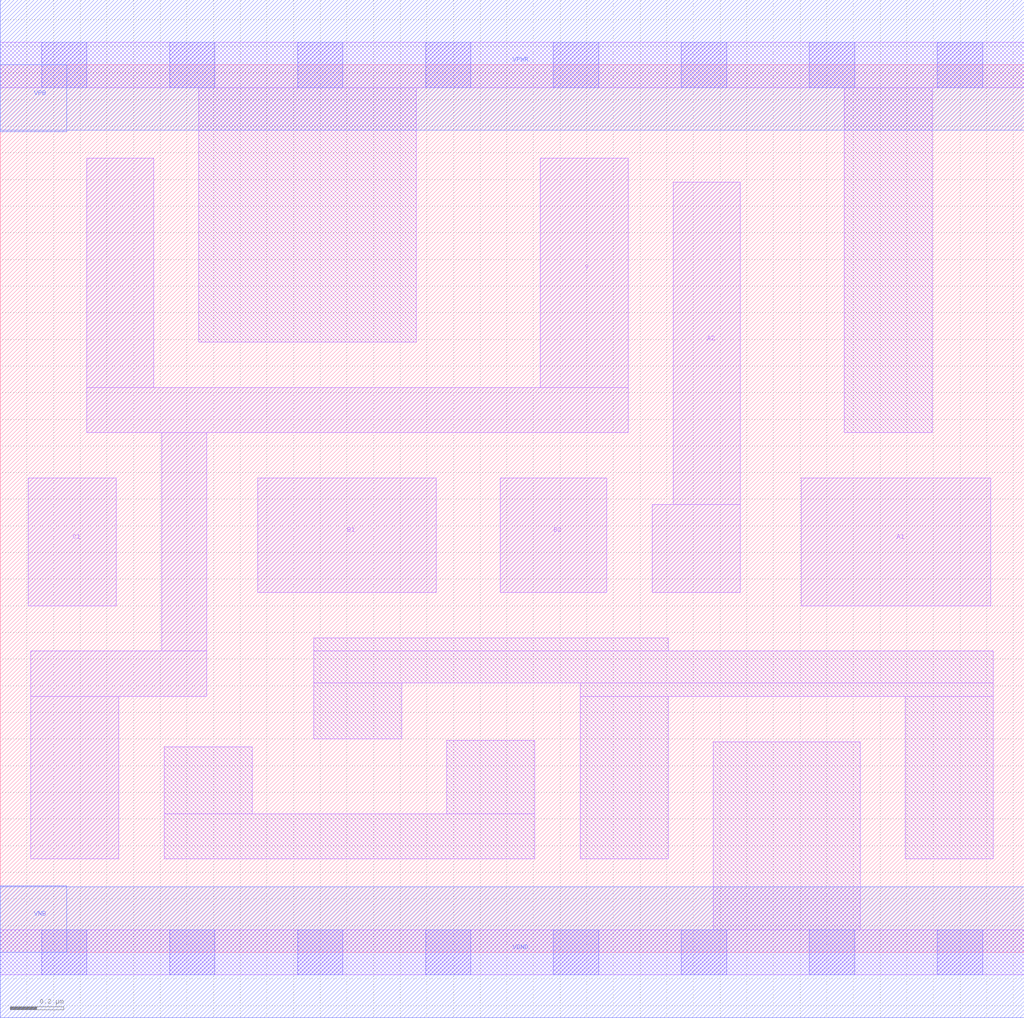
<source format=lef>
# Copyright 2020 The SkyWater PDK Authors
#
# Licensed under the Apache License, Version 2.0 (the "License");
# you may not use this file except in compliance with the License.
# You may obtain a copy of the License at
#
#     https://www.apache.org/licenses/LICENSE-2.0
#
# Unless required by applicable law or agreed to in writing, software
# distributed under the License is distributed on an "AS IS" BASIS,
# WITHOUT WARRANTIES OR CONDITIONS OF ANY KIND, either express or implied.
# See the License for the specific language governing permissions and
# limitations under the License.
#
# SPDX-License-Identifier: Apache-2.0

VERSION 5.5 ;
NAMESCASESENSITIVE ON ;
BUSBITCHARS "[]" ;
DIVIDERCHAR "/" ;
MACRO sky130_fd_sc_ms__o221ai_1
  CLASS CORE ;
  SOURCE USER ;
  ORIGIN  0.000000  0.000000 ;
  SIZE  3.840000 BY  3.330000 ;
  SYMMETRY X Y ;
  SITE unit ;
  PIN A1
    ANTENNAGATEAREA  0.279000 ;
    DIRECTION INPUT ;
    USE SIGNAL ;
    PORT
      LAYER li1 ;
        RECT 3.005000 1.300000 3.715000 1.780000 ;
    END
  END A1
  PIN A2
    ANTENNAGATEAREA  0.279000 ;
    DIRECTION INPUT ;
    USE SIGNAL ;
    PORT
      LAYER li1 ;
        RECT 2.445000 1.350000 2.775000 1.680000 ;
        RECT 2.525000 1.680000 2.775000 2.890000 ;
    END
  END A2
  PIN B1
    ANTENNAGATEAREA  0.279000 ;
    DIRECTION INPUT ;
    USE SIGNAL ;
    PORT
      LAYER li1 ;
        RECT 0.965000 1.350000 1.635000 1.780000 ;
    END
  END B1
  PIN B2
    ANTENNAGATEAREA  0.279000 ;
    DIRECTION INPUT ;
    USE SIGNAL ;
    PORT
      LAYER li1 ;
        RECT 1.875000 1.350000 2.275000 1.780000 ;
    END
  END B2
  PIN C1
    ANTENNAGATEAREA  0.279000 ;
    DIRECTION INPUT ;
    USE SIGNAL ;
    PORT
      LAYER li1 ;
        RECT 0.105000 1.300000 0.435000 1.780000 ;
    END
  END C1
  PIN Y
    ANTENNADIFFAREA  1.011700 ;
    DIRECTION OUTPUT ;
    USE SIGNAL ;
    PORT
      LAYER li1 ;
        RECT 0.115000 0.350000 0.445000 0.960000 ;
        RECT 0.115000 0.960000 0.775000 1.130000 ;
        RECT 0.325000 1.950000 2.355000 2.120000 ;
        RECT 0.325000 2.120000 0.575000 2.980000 ;
        RECT 0.605000 1.130000 0.775000 1.950000 ;
        RECT 2.025000 2.120000 2.355000 2.980000 ;
    END
  END Y
  PIN VGND
    DIRECTION INOUT ;
    USE GROUND ;
    PORT
      LAYER met1 ;
        RECT 0.000000 -0.245000 3.840000 0.245000 ;
    END
  END VGND
  PIN VNB
    DIRECTION INOUT ;
    USE GROUND ;
    PORT
      LAYER met1 ;
        RECT 0.000000 0.000000 0.250000 0.250000 ;
    END
  END VNB
  PIN VPB
    DIRECTION INOUT ;
    USE POWER ;
    PORT
      LAYER met1 ;
        RECT 0.000000 3.080000 0.250000 3.330000 ;
    END
  END VPB
  PIN VPWR
    DIRECTION INOUT ;
    USE POWER ;
    PORT
      LAYER met1 ;
        RECT 0.000000 3.085000 3.840000 3.575000 ;
    END
  END VPWR
  OBS
    LAYER li1 ;
      RECT 0.000000 -0.085000 3.840000 0.085000 ;
      RECT 0.000000  3.245000 3.840000 3.415000 ;
      RECT 0.615000  0.350000 2.005000 0.520000 ;
      RECT 0.615000  0.520000 0.945000 0.770000 ;
      RECT 0.745000  2.290000 1.560000 3.245000 ;
      RECT 1.175000  0.800000 1.505000 1.010000 ;
      RECT 1.175000  1.010000 3.725000 1.130000 ;
      RECT 1.175000  1.130000 2.505000 1.180000 ;
      RECT 1.675000  0.520000 2.005000 0.795000 ;
      RECT 2.175000  0.350000 2.505000 0.960000 ;
      RECT 2.175000  0.960000 3.725000 1.010000 ;
      RECT 2.675000  0.085000 3.225000 0.790000 ;
      RECT 3.165000  1.950000 3.495000 3.245000 ;
      RECT 3.395000  0.350000 3.725000 0.960000 ;
    LAYER mcon ;
      RECT 0.155000 -0.085000 0.325000 0.085000 ;
      RECT 0.155000  3.245000 0.325000 3.415000 ;
      RECT 0.635000 -0.085000 0.805000 0.085000 ;
      RECT 0.635000  3.245000 0.805000 3.415000 ;
      RECT 1.115000 -0.085000 1.285000 0.085000 ;
      RECT 1.115000  3.245000 1.285000 3.415000 ;
      RECT 1.595000 -0.085000 1.765000 0.085000 ;
      RECT 1.595000  3.245000 1.765000 3.415000 ;
      RECT 2.075000 -0.085000 2.245000 0.085000 ;
      RECT 2.075000  3.245000 2.245000 3.415000 ;
      RECT 2.555000 -0.085000 2.725000 0.085000 ;
      RECT 2.555000  3.245000 2.725000 3.415000 ;
      RECT 3.035000 -0.085000 3.205000 0.085000 ;
      RECT 3.035000  3.245000 3.205000 3.415000 ;
      RECT 3.515000 -0.085000 3.685000 0.085000 ;
      RECT 3.515000  3.245000 3.685000 3.415000 ;
  END
END sky130_fd_sc_ms__o221ai_1
END LIBRARY

</source>
